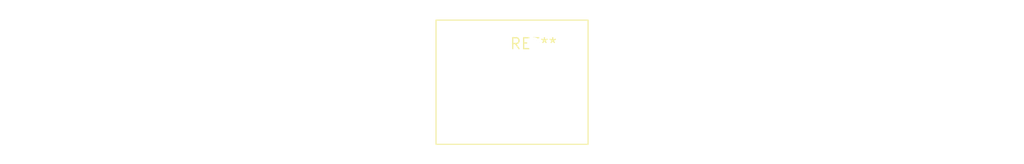
<source format=kicad_pcb>
(kicad_pcb (version 20240108) (generator pcbnew)
  (layers (0 "F.Cu" signal) (31 "B.Cu" signal) (34 "B.Paste" user) (35 "F.Paste" user) (36 "B.SilkS" user "B.Silkscreen") (37 "F.SilkS" user "F.Silkscreen") (38 "B.Mask" user) (39 "F.Mask" user) (44 "Edge.Cuts" user))
  (net 0 "")
  (footprint "SW_Matias_6.25u" (layer "F.Cu") (at 0 0)
    (property "Reference" "REF**")
    (property "Value" "SW_Matias_6.25u")
    (fp_line (start -11.35 -2.75) (end 6.35 -2.75) (layer "F.SilkS") (stroke (width 0.12)))
    (fp_line (start -11.35 11.75) (end -11.35 -2.75) (layer "F.SilkS") (stroke (width 0.12)))
    (fp_line (start 6.35 -2.75) (end 6.35 11.75) (layer "F.SilkS") (stroke (width 0.12)))
    (fp_line (start 6.35 11.75) (end -11.35 11.75) (layer "F.SilkS") (stroke (width 0.12)))
    (pad "1" thru_hole circle (at 0 0) (size 2.2 2.2) (drill 1.5) (layers *.Cu *.Mask) (remove_unused_layers))
    (pad "2" thru_hole circle (at -5 0.5) (size 2.2 2.2) (drill 1.5) (layers *.Cu *.Mask) (remove_unused_layers))
  )
)
</source>
